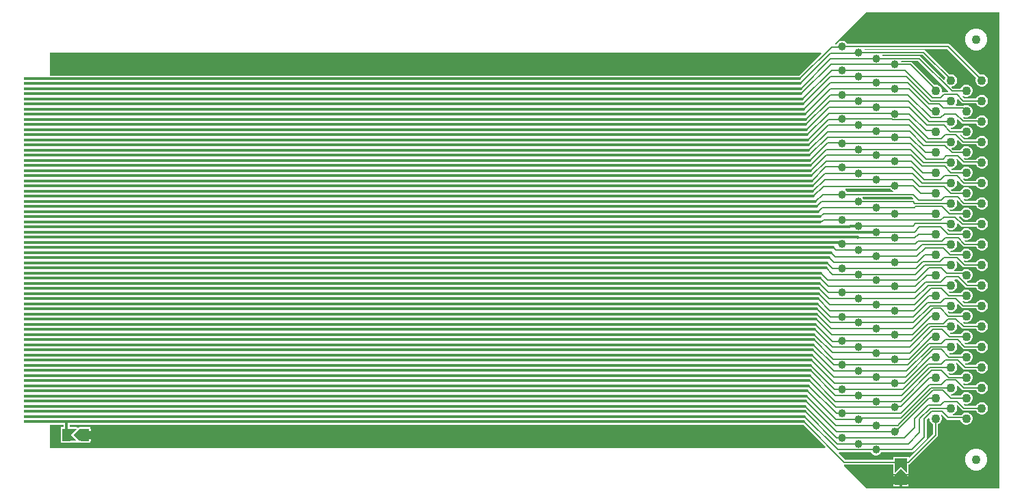
<source format=gtl>
G04*
G04 #@! TF.GenerationSoftware,Altium Limited,Altium Designer,24.4.1 (13)*
G04*
G04 Layer_Physical_Order=1*
G04 Layer_Color=255*
%FSLAX44Y44*%
%MOMM*%
G71*
G04*
G04 #@! TF.SameCoordinates,25A09F18-5F7A-4D0E-8690-A501E472ACA3*
G04*
G04*
G04 #@! TF.FilePolarity,Positive*
G04*
G01*
G75*
%ADD12C,0.2000*%
%ADD14R,1.0000X1.5000*%
%ADD15R,1.5000X1.0000*%
%ADD16R,2.0000X0.3800*%
%ADD25C,1.0000*%
%ADD26C,1.0000*%
%ADD27C,0.3000*%
%ADD28C,1.1000*%
%ADD29C,0.6000*%
G36*
X1189501Y713827D02*
X1161968Y686293D01*
X235000D01*
Y715000D01*
X1189015D01*
X1189501Y713827D01*
D02*
G37*
G36*
X1343089Y683585D02*
X1342921Y683295D01*
X1342479Y681643D01*
X1341270Y681056D01*
X1312663Y709663D01*
X1311671Y710326D01*
X1310500Y710559D01*
X1310500Y710559D01*
X1264750D01*
X1264685Y710671D01*
X1265418Y711941D01*
X1314733D01*
X1343089Y683585D01*
D02*
G37*
G36*
X1410000Y175000D02*
X1245000Y175000D01*
X1217193Y202807D01*
X1217819Y203977D01*
X1218000Y203941D01*
X1218000Y203941D01*
X1278461D01*
X1278461Y194250D01*
X1278616Y193470D01*
X1279058Y192808D01*
X1279720Y192366D01*
X1280202Y192270D01*
X1280077Y191000D01*
X1278500D01*
Y185500D01*
X1280485D01*
Y191235D01*
X1288000Y198750D01*
X1295500Y191250D01*
Y185500D01*
X1297500D01*
Y191000D01*
X1295923D01*
X1295797Y192270D01*
X1296280Y192366D01*
X1296942Y192808D01*
X1297384Y193470D01*
X1297539Y194250D01*
Y204049D01*
X1298170Y204174D01*
X1299163Y204837D01*
X1333013Y238687D01*
X1333013Y238687D01*
X1333676Y239680D01*
X1333909Y240850D01*
Y254406D01*
X1335455Y255299D01*
X1336852Y256695D01*
X1337839Y258405D01*
X1338350Y260313D01*
Y262287D01*
X1337839Y264195D01*
X1337574Y264653D01*
X1338205Y266101D01*
X1338505Y266169D01*
X1344337Y260337D01*
X1345329Y259674D01*
X1346500Y259441D01*
X1346500Y259441D01*
X1361684D01*
X1361961Y258405D01*
X1362948Y256695D01*
X1364345Y255299D01*
X1366055Y254311D01*
X1367963Y253800D01*
X1369937D01*
X1371845Y254311D01*
X1373555Y255299D01*
X1374951Y256695D01*
X1375939Y258405D01*
X1376450Y260313D01*
Y262287D01*
X1375939Y264195D01*
X1374951Y265905D01*
X1373555Y267302D01*
X1371845Y268289D01*
X1369937Y268800D01*
X1367963D01*
X1366055Y268289D01*
X1364345Y267302D01*
X1362948Y265905D01*
X1362749Y265559D01*
X1352292D01*
X1352124Y266829D01*
X1352805Y267011D01*
X1354515Y267999D01*
X1355912Y269395D01*
X1356899Y271105D01*
X1357410Y273013D01*
Y274987D01*
X1356899Y276895D01*
X1356784Y277095D01*
X1357800Y277874D01*
X1363837Y271837D01*
X1363837Y271837D01*
X1364830Y271174D01*
X1366000Y270941D01*
X1381106D01*
X1381998Y269395D01*
X1383395Y267999D01*
X1385105Y267011D01*
X1387013Y266500D01*
X1388987D01*
X1390895Y267011D01*
X1392605Y267999D01*
X1394001Y269395D01*
X1394989Y271105D01*
X1395500Y273013D01*
Y274987D01*
X1394989Y276895D01*
X1394001Y278605D01*
X1392605Y280002D01*
X1390895Y280989D01*
X1388987Y281500D01*
X1387013D01*
X1385105Y280989D01*
X1383395Y280002D01*
X1381998Y278605D01*
X1381106Y277059D01*
X1367267D01*
X1365883Y278442D01*
X1366541Y279581D01*
X1367963Y279200D01*
X1369937D01*
X1371845Y279711D01*
X1373555Y280699D01*
X1374951Y282095D01*
X1375939Y283805D01*
X1376450Y285713D01*
Y287687D01*
X1375939Y289595D01*
X1374951Y291305D01*
X1373555Y292701D01*
X1371845Y293689D01*
X1369937Y294200D01*
X1367963D01*
X1366055Y293689D01*
X1364345Y292701D01*
X1362948Y291305D01*
X1362056Y289759D01*
X1350567D01*
X1349696Y290630D01*
X1350222Y291900D01*
X1350897D01*
X1352805Y292411D01*
X1354515Y293398D01*
X1355912Y294795D01*
X1356899Y296505D01*
X1357410Y298413D01*
Y300387D01*
X1357069Y301659D01*
X1358208Y302316D01*
X1363287Y297237D01*
X1364279Y296574D01*
X1365450Y296341D01*
X1365450Y296341D01*
X1381106D01*
X1381998Y294795D01*
X1383395Y293398D01*
X1385105Y292411D01*
X1387013Y291900D01*
X1388987D01*
X1390895Y292411D01*
X1392605Y293398D01*
X1394001Y294795D01*
X1394989Y296505D01*
X1395500Y298413D01*
Y300387D01*
X1394989Y302295D01*
X1394001Y304005D01*
X1392605Y305401D01*
X1390895Y306389D01*
X1388987Y306900D01*
X1387013D01*
X1385105Y306389D01*
X1383395Y305401D01*
X1381998Y304005D01*
X1381106Y302459D01*
X1366717D01*
X1364815Y304361D01*
X1365595Y305377D01*
X1366055Y305111D01*
X1367963Y304600D01*
X1369937D01*
X1371845Y305111D01*
X1373555Y306098D01*
X1374951Y307495D01*
X1375939Y309205D01*
X1376450Y311113D01*
Y313087D01*
X1375939Y314995D01*
X1374951Y316705D01*
X1373555Y318102D01*
X1371845Y319089D01*
X1369937Y319600D01*
X1367963D01*
X1366055Y319089D01*
X1364345Y318102D01*
X1362948Y316705D01*
X1362056Y315159D01*
X1348167D01*
X1346761Y316564D01*
X1347419Y317703D01*
X1348923Y317300D01*
X1350897D01*
X1352805Y317811D01*
X1354515Y318799D01*
X1355912Y320195D01*
X1356899Y321905D01*
X1357410Y323813D01*
Y325787D01*
X1356899Y327695D01*
X1356221Y328870D01*
X1356688Y330148D01*
X1356821Y330275D01*
X1357308Y330366D01*
X1365037Y322637D01*
X1365037Y322637D01*
X1366030Y321974D01*
X1367200Y321741D01*
X1367200Y321741D01*
X1381106D01*
X1381998Y320195D01*
X1383395Y318799D01*
X1385105Y317811D01*
X1387013Y317300D01*
X1388987D01*
X1390895Y317811D01*
X1392605Y318799D01*
X1394001Y320195D01*
X1394989Y321905D01*
X1395500Y323813D01*
Y325787D01*
X1394989Y327695D01*
X1394001Y329405D01*
X1392605Y330802D01*
X1390895Y331789D01*
X1388987Y332300D01*
X1387013D01*
X1385105Y331789D01*
X1383395Y330802D01*
X1381998Y329405D01*
X1381106Y327859D01*
X1368467D01*
X1367523Y328803D01*
X1367820Y329612D01*
X1368122Y330000D01*
X1369937D01*
X1371845Y330511D01*
X1373555Y331498D01*
X1374951Y332895D01*
X1375939Y334605D01*
X1376450Y336513D01*
Y338487D01*
X1375939Y340395D01*
X1374951Y342105D01*
X1373555Y343502D01*
X1371845Y344489D01*
X1369937Y345000D01*
X1367963D01*
X1366055Y344489D01*
X1364345Y343502D01*
X1362948Y342105D01*
X1362056Y340559D01*
X1348767D01*
X1347581Y341745D01*
X1348239Y342883D01*
X1348923Y342700D01*
X1350897D01*
X1352805Y343211D01*
X1354515Y344198D01*
X1355912Y345595D01*
X1356899Y347305D01*
X1357410Y349213D01*
Y351187D01*
X1356899Y353095D01*
X1356570Y353665D01*
X1357188Y355135D01*
X1357467Y355207D01*
X1364637Y348037D01*
X1364637Y348037D01*
X1365629Y347374D01*
X1366800Y347141D01*
X1366800Y347141D01*
X1381106D01*
X1381998Y345595D01*
X1383395Y344198D01*
X1385105Y343211D01*
X1387013Y342700D01*
X1388987D01*
X1390895Y343211D01*
X1392605Y344198D01*
X1394001Y345595D01*
X1394989Y347305D01*
X1395500Y349213D01*
Y351187D01*
X1394989Y353095D01*
X1394001Y354805D01*
X1392605Y356202D01*
X1390895Y357189D01*
X1388987Y357700D01*
X1387013D01*
X1385105Y357189D01*
X1383395Y356202D01*
X1381998Y354805D01*
X1381106Y353259D01*
X1368067D01*
X1366976Y354350D01*
X1367634Y355488D01*
X1367963Y355400D01*
X1369937D01*
X1371845Y355911D01*
X1373555Y356898D01*
X1374951Y358295D01*
X1375939Y360005D01*
X1376450Y361913D01*
Y363887D01*
X1375939Y365795D01*
X1374951Y367505D01*
X1373555Y368901D01*
X1371845Y369889D01*
X1369937Y370400D01*
X1367963D01*
X1366055Y369889D01*
X1364345Y368901D01*
X1362948Y367505D01*
X1362056Y365959D01*
X1349367D01*
X1348401Y366925D01*
X1348815Y367859D01*
X1349022Y368100D01*
X1350897D01*
X1352805Y368611D01*
X1354515Y369599D01*
X1355912Y370995D01*
X1356899Y372705D01*
X1357410Y374613D01*
Y376587D01*
X1357088Y377790D01*
X1358226Y378448D01*
X1363237Y373437D01*
X1363237Y373437D01*
X1364229Y372774D01*
X1365400Y372541D01*
X1381106D01*
X1381998Y370995D01*
X1383395Y369599D01*
X1385105Y368611D01*
X1387013Y368100D01*
X1388987D01*
X1390895Y368611D01*
X1392605Y369599D01*
X1394001Y370995D01*
X1394989Y372705D01*
X1395500Y374613D01*
Y376587D01*
X1394989Y378495D01*
X1394001Y380205D01*
X1392605Y381601D01*
X1390895Y382589D01*
X1388987Y383100D01*
X1387013D01*
X1385105Y382589D01*
X1383395Y381601D01*
X1381998Y380205D01*
X1381106Y378659D01*
X1366667D01*
X1364697Y380629D01*
X1365477Y381645D01*
X1366055Y381311D01*
X1367963Y380800D01*
X1369937D01*
X1371845Y381311D01*
X1373555Y382299D01*
X1374951Y383695D01*
X1375939Y385405D01*
X1376450Y387313D01*
Y389287D01*
X1375939Y391195D01*
X1374951Y392905D01*
X1373555Y394301D01*
X1371845Y395289D01*
X1369937Y395800D01*
X1367963D01*
X1366055Y395289D01*
X1364345Y394301D01*
X1362948Y392905D01*
X1362056Y391359D01*
X1347717D01*
X1345870Y393206D01*
X1346650Y394222D01*
X1347015Y394011D01*
X1348923Y393500D01*
X1350897D01*
X1352805Y394011D01*
X1354515Y394999D01*
X1355912Y396395D01*
X1356899Y398105D01*
X1357410Y400013D01*
Y401987D01*
X1357234Y402644D01*
X1358373Y403302D01*
X1362837Y398837D01*
X1362837Y398837D01*
X1363829Y398174D01*
X1365000Y397941D01*
X1381106D01*
X1381998Y396395D01*
X1383395Y394999D01*
X1385105Y394011D01*
X1387013Y393500D01*
X1388987D01*
X1390895Y394011D01*
X1392605Y394999D01*
X1394001Y396395D01*
X1394989Y398105D01*
X1395500Y400013D01*
Y401987D01*
X1394989Y403895D01*
X1394001Y405605D01*
X1392605Y407001D01*
X1390895Y407989D01*
X1388987Y408500D01*
X1387013D01*
X1385105Y407989D01*
X1383395Y407001D01*
X1381998Y405605D01*
X1381106Y404059D01*
X1366267D01*
X1363750Y406575D01*
X1364530Y407592D01*
X1366055Y406711D01*
X1367963Y406200D01*
X1369937D01*
X1371845Y406711D01*
X1373555Y407699D01*
X1374951Y409095D01*
X1375939Y410805D01*
X1376450Y412713D01*
Y414687D01*
X1375939Y416595D01*
X1374951Y418305D01*
X1373555Y419701D01*
X1371845Y420689D01*
X1369937Y421200D01*
X1367963D01*
X1366055Y420689D01*
X1364345Y419701D01*
X1362948Y418305D01*
X1362056Y416759D01*
X1348567D01*
X1347308Y418018D01*
X1347965Y419156D01*
X1348923Y418900D01*
X1350897D01*
X1352805Y419411D01*
X1354515Y420398D01*
X1355912Y421795D01*
X1356899Y423505D01*
X1357410Y425413D01*
Y427387D01*
X1356899Y429295D01*
X1355912Y431005D01*
X1354515Y432402D01*
X1354048Y432671D01*
X1354388Y433941D01*
X1357733D01*
X1367437Y424237D01*
X1367437Y424237D01*
X1368429Y423574D01*
X1369600Y423341D01*
X1381106D01*
X1381998Y421795D01*
X1383395Y420398D01*
X1385105Y419411D01*
X1387013Y418900D01*
X1388987D01*
X1390895Y419411D01*
X1392605Y420398D01*
X1394001Y421795D01*
X1394989Y423505D01*
X1395500Y425413D01*
Y427387D01*
X1394989Y429295D01*
X1394001Y431005D01*
X1392605Y432402D01*
X1390895Y433389D01*
X1388987Y433900D01*
X1387013D01*
X1385105Y433389D01*
X1383395Y432402D01*
X1381998Y431005D01*
X1381106Y429459D01*
X1370867D01*
X1369905Y430421D01*
X1370398Y431724D01*
X1371845Y432111D01*
X1373555Y433098D01*
X1374951Y434495D01*
X1375939Y436205D01*
X1376450Y438113D01*
Y440087D01*
X1375939Y441995D01*
X1374951Y443705D01*
X1373555Y445102D01*
X1371845Y446089D01*
X1369937Y446600D01*
X1367963D01*
X1366055Y446089D01*
X1364345Y445102D01*
X1363302Y444059D01*
X1354042D01*
X1353701Y445329D01*
X1354515Y445798D01*
X1355912Y447195D01*
X1356899Y448905D01*
X1357410Y450813D01*
Y452787D01*
X1356899Y454695D01*
X1356510Y455368D01*
X1357527Y456147D01*
X1364037Y449637D01*
X1364037Y449637D01*
X1365029Y448974D01*
X1366200Y448741D01*
X1366200Y448741D01*
X1381106D01*
X1381998Y447195D01*
X1383395Y445798D01*
X1385105Y444811D01*
X1387013Y444300D01*
X1388987D01*
X1390895Y444811D01*
X1392605Y445798D01*
X1394001Y447195D01*
X1394989Y448905D01*
X1395500Y450813D01*
Y452787D01*
X1394989Y454695D01*
X1394001Y456405D01*
X1392605Y457802D01*
X1390895Y458789D01*
X1388987Y459300D01*
X1387013D01*
X1385105Y458789D01*
X1383395Y457802D01*
X1381998Y456405D01*
X1381106Y454859D01*
X1367467D01*
X1366157Y456169D01*
X1366814Y457308D01*
X1367963Y457000D01*
X1369937D01*
X1371845Y457511D01*
X1373555Y458498D01*
X1374951Y459895D01*
X1375939Y461605D01*
X1376450Y463513D01*
Y465487D01*
X1375939Y467395D01*
X1374951Y469105D01*
X1373555Y470502D01*
X1371845Y471489D01*
X1369937Y472000D01*
X1367963D01*
X1366055Y471489D01*
X1364345Y470502D01*
X1362948Y469105D01*
X1362056Y467559D01*
X1349767D01*
X1348877Y468449D01*
X1349422Y469700D01*
X1350897D01*
X1352805Y470211D01*
X1354515Y471199D01*
X1355912Y472595D01*
X1356899Y474305D01*
X1357410Y476213D01*
Y478187D01*
X1356968Y479837D01*
X1357318Y480660D01*
X1357723Y481207D01*
X1358388Y481286D01*
X1364837Y474837D01*
X1364837Y474837D01*
X1365829Y474174D01*
X1367000Y473941D01*
X1367000Y473941D01*
X1381221D01*
X1381998Y472595D01*
X1383395Y471199D01*
X1385105Y470211D01*
X1387013Y469700D01*
X1388987D01*
X1390895Y470211D01*
X1392605Y471199D01*
X1394001Y472595D01*
X1394989Y474305D01*
X1395500Y476213D01*
Y478187D01*
X1394989Y480095D01*
X1394001Y481805D01*
X1392605Y483201D01*
X1390895Y484189D01*
X1388987Y484700D01*
X1387013D01*
X1385105Y484189D01*
X1383395Y483201D01*
X1381998Y481805D01*
X1381011Y480095D01*
X1381001Y480059D01*
X1368267D01*
X1366976Y481349D01*
X1367634Y482488D01*
X1367963Y482400D01*
X1369937D01*
X1371845Y482911D01*
X1373555Y483899D01*
X1374951Y485295D01*
X1375939Y487005D01*
X1376450Y488913D01*
Y490887D01*
X1375939Y492795D01*
X1374951Y494505D01*
X1373555Y495901D01*
X1371845Y496889D01*
X1369937Y497400D01*
X1367963D01*
X1366055Y496889D01*
X1364345Y495901D01*
X1362948Y494505D01*
X1362056Y492959D01*
X1347367D01*
X1345042Y495284D01*
X1345822Y496300D01*
X1347015Y495611D01*
X1348923Y495100D01*
X1350897D01*
X1352805Y495611D01*
X1354515Y496599D01*
X1355912Y497995D01*
X1356899Y499705D01*
X1357410Y501613D01*
Y502468D01*
X1358680Y502994D01*
X1361837Y499837D01*
X1361837Y499837D01*
X1362829Y499174D01*
X1364000Y498941D01*
X1381452D01*
X1381998Y497995D01*
X1383395Y496599D01*
X1385105Y495611D01*
X1387013Y495100D01*
X1388987D01*
X1390895Y495611D01*
X1392605Y496599D01*
X1394001Y497995D01*
X1394989Y499705D01*
X1395500Y501613D01*
Y503587D01*
X1394989Y505495D01*
X1394001Y507205D01*
X1392605Y508601D01*
X1390895Y509589D01*
X1388987Y510100D01*
X1387013D01*
X1385105Y509589D01*
X1383395Y508601D01*
X1381998Y507205D01*
X1381011Y505495D01*
X1380894Y505059D01*
X1365267D01*
X1359558Y510768D01*
X1360044Y511941D01*
X1362229D01*
X1362948Y510695D01*
X1364345Y509299D01*
X1366055Y508311D01*
X1367963Y507800D01*
X1369937D01*
X1371845Y508311D01*
X1373555Y509299D01*
X1374951Y510695D01*
X1375939Y512405D01*
X1376450Y514313D01*
Y516287D01*
X1375939Y518195D01*
X1374951Y519905D01*
X1373555Y521301D01*
X1371845Y522289D01*
X1369937Y522800D01*
X1367963D01*
X1366055Y522289D01*
X1364345Y521301D01*
X1362948Y519905D01*
X1361961Y518195D01*
X1361925Y518059D01*
X1349267D01*
X1347854Y519472D01*
X1348512Y520610D01*
X1348923Y520500D01*
X1350897D01*
X1352805Y521011D01*
X1354515Y521998D01*
X1355912Y523395D01*
X1356899Y525105D01*
X1357410Y527013D01*
Y528987D01*
X1356899Y530895D01*
X1356784Y531095D01*
X1357800Y531874D01*
X1363837Y525837D01*
X1363837Y525837D01*
X1364830Y525174D01*
X1366000Y524941D01*
X1366000Y524941D01*
X1381106D01*
X1381998Y523395D01*
X1383395Y521998D01*
X1385105Y521011D01*
X1387013Y520500D01*
X1388987D01*
X1390895Y521011D01*
X1392605Y521998D01*
X1394001Y523395D01*
X1394989Y525105D01*
X1395500Y527013D01*
Y528987D01*
X1394989Y530895D01*
X1394001Y532605D01*
X1392605Y534002D01*
X1390895Y534989D01*
X1388987Y535500D01*
X1387013D01*
X1385105Y534989D01*
X1383395Y534002D01*
X1381998Y532605D01*
X1381106Y531059D01*
X1367267D01*
X1365883Y532442D01*
X1366541Y533581D01*
X1367963Y533200D01*
X1369937D01*
X1371845Y533711D01*
X1373555Y534698D01*
X1374951Y536095D01*
X1375939Y537805D01*
X1376450Y539713D01*
Y541687D01*
X1375939Y543595D01*
X1374951Y545305D01*
X1373555Y546702D01*
X1371845Y547689D01*
X1369937Y548200D01*
X1367963D01*
X1366055Y547689D01*
X1364345Y546702D01*
X1362948Y545305D01*
X1361961Y543595D01*
X1361817Y543059D01*
X1351267D01*
X1349696Y544630D01*
X1350222Y545900D01*
X1350897D01*
X1352805Y546411D01*
X1354515Y547398D01*
X1355912Y548795D01*
X1356899Y550505D01*
X1357410Y552413D01*
Y554387D01*
X1357014Y555864D01*
X1358153Y556521D01*
X1363837Y550837D01*
X1363837Y550837D01*
X1364830Y550174D01*
X1366000Y549941D01*
X1381337D01*
X1381998Y548795D01*
X1383395Y547398D01*
X1385105Y546411D01*
X1387013Y545900D01*
X1388987D01*
X1390895Y546411D01*
X1392605Y547398D01*
X1394001Y548795D01*
X1394989Y550505D01*
X1395500Y552413D01*
Y554387D01*
X1394989Y556295D01*
X1394001Y558005D01*
X1392605Y559402D01*
X1390895Y560389D01*
X1388987Y560900D01*
X1387013D01*
X1385105Y560389D01*
X1383395Y559402D01*
X1381998Y558005D01*
X1381011Y556295D01*
X1380948Y556059D01*
X1367267D01*
X1365170Y558156D01*
X1365950Y559172D01*
X1366055Y559111D01*
X1367963Y558600D01*
X1369937D01*
X1371845Y559111D01*
X1373555Y560098D01*
X1374951Y561495D01*
X1375939Y563205D01*
X1376450Y565113D01*
Y567087D01*
X1375939Y568995D01*
X1374951Y570705D01*
X1373555Y572102D01*
X1371845Y573089D01*
X1369937Y573600D01*
X1367963D01*
X1366055Y573089D01*
X1364345Y572102D01*
X1362948Y570705D01*
X1362056Y569159D01*
X1351167D01*
X1350199Y570127D01*
X1350685Y571300D01*
X1350897D01*
X1352805Y571811D01*
X1354515Y572799D01*
X1355912Y574195D01*
X1356899Y575905D01*
X1357410Y577813D01*
Y579787D01*
X1356899Y581695D01*
X1356510Y582368D01*
X1357527Y583148D01*
X1363837Y576837D01*
X1363837Y576837D01*
X1364830Y576174D01*
X1366000Y575941D01*
X1366000Y575941D01*
X1381001D01*
X1381011Y575905D01*
X1381998Y574195D01*
X1383395Y572799D01*
X1385105Y571811D01*
X1387013Y571300D01*
X1388987D01*
X1390895Y571811D01*
X1392605Y572799D01*
X1394001Y574195D01*
X1394989Y575905D01*
X1395500Y577813D01*
Y579787D01*
X1394989Y581695D01*
X1394001Y583405D01*
X1392605Y584801D01*
X1390895Y585789D01*
X1388987Y586300D01*
X1387013D01*
X1385105Y585789D01*
X1383395Y584801D01*
X1381998Y583405D01*
X1381221Y582059D01*
X1367267D01*
X1366157Y583169D01*
X1366814Y584308D01*
X1367963Y584000D01*
X1369937D01*
X1371845Y584511D01*
X1373555Y585499D01*
X1374951Y586895D01*
X1375939Y588605D01*
X1376450Y590513D01*
Y592487D01*
X1375939Y594395D01*
X1374951Y596105D01*
X1373555Y597501D01*
X1371845Y598489D01*
X1369937Y599000D01*
X1367963D01*
X1366055Y598489D01*
X1364345Y597501D01*
X1362948Y596105D01*
X1361961Y594395D01*
X1361871Y594059D01*
X1352267D01*
X1350796Y595530D01*
X1351311Y596811D01*
X1352805Y597211D01*
X1354515Y598199D01*
X1355912Y599595D01*
X1356899Y601305D01*
X1357410Y603213D01*
Y605187D01*
X1357307Y605571D01*
X1358446Y606228D01*
X1362837Y601837D01*
X1362837Y601837D01*
X1363829Y601174D01*
X1365000Y600941D01*
X1381221D01*
X1381998Y599595D01*
X1383395Y598199D01*
X1385105Y597211D01*
X1387013Y596700D01*
X1388987D01*
X1390895Y597211D01*
X1392605Y598199D01*
X1394001Y599595D01*
X1394989Y601305D01*
X1395500Y603213D01*
Y605187D01*
X1394989Y607095D01*
X1394001Y608805D01*
X1392605Y610201D01*
X1390895Y611189D01*
X1388987Y611700D01*
X1387013D01*
X1385105Y611189D01*
X1383395Y610201D01*
X1381998Y608805D01*
X1381011Y607095D01*
X1381001Y607059D01*
X1366267D01*
X1361069Y612257D01*
X1361579Y613542D01*
X1362217Y613562D01*
X1362948Y612295D01*
X1364345Y610899D01*
X1366055Y609911D01*
X1367963Y609400D01*
X1369937D01*
X1371845Y609911D01*
X1373555Y610899D01*
X1374951Y612295D01*
X1375939Y614005D01*
X1376450Y615913D01*
Y617887D01*
X1375939Y619795D01*
X1374951Y621505D01*
X1373555Y622901D01*
X1371845Y623889D01*
X1369937Y624400D01*
X1367963D01*
X1366055Y623889D01*
X1364345Y622901D01*
X1362948Y621505D01*
X1362113Y620059D01*
X1350384D01*
X1349629Y620993D01*
X1350104Y622100D01*
X1350897D01*
X1352805Y622611D01*
X1354515Y623599D01*
X1355912Y624995D01*
X1356899Y626705D01*
X1357410Y628613D01*
Y630587D01*
X1357088Y631791D01*
X1358226Y632448D01*
X1362837Y627837D01*
X1362837Y627837D01*
X1363829Y627174D01*
X1365000Y626941D01*
X1380948D01*
X1381011Y626705D01*
X1381998Y624995D01*
X1383395Y623599D01*
X1385105Y622611D01*
X1387013Y622100D01*
X1388987D01*
X1390895Y622611D01*
X1392605Y623599D01*
X1394001Y624995D01*
X1394989Y626705D01*
X1395500Y628613D01*
Y630587D01*
X1394989Y632495D01*
X1394001Y634205D01*
X1392605Y635602D01*
X1390895Y636589D01*
X1388987Y637100D01*
X1387013D01*
X1385105Y636589D01*
X1383395Y635602D01*
X1381998Y634205D01*
X1381337Y633059D01*
X1366267D01*
X1364697Y634629D01*
X1365477Y635645D01*
X1366055Y635311D01*
X1367963Y634800D01*
X1369937D01*
X1371845Y635311D01*
X1373555Y636298D01*
X1374951Y637695D01*
X1375939Y639405D01*
X1376450Y641313D01*
Y643287D01*
X1375939Y645195D01*
X1374951Y646905D01*
X1373555Y648301D01*
X1371845Y649289D01*
X1369937Y649800D01*
X1367963D01*
X1366055Y649289D01*
X1365488Y648962D01*
X1365000Y649059D01*
X1365000Y649059D01*
X1356235D01*
X1355749Y650232D01*
X1355912Y650395D01*
X1356899Y652105D01*
X1357410Y654013D01*
Y655987D01*
X1357234Y656644D01*
X1358373Y657302D01*
X1362837Y652837D01*
X1362837Y652837D01*
X1363829Y652174D01*
X1365000Y651941D01*
X1365000Y651941D01*
X1381106D01*
X1381998Y650395D01*
X1383395Y648998D01*
X1385105Y648011D01*
X1387013Y647500D01*
X1388987D01*
X1390895Y648011D01*
X1392605Y648998D01*
X1394001Y650395D01*
X1394989Y652105D01*
X1395500Y654013D01*
Y655987D01*
X1394989Y657895D01*
X1394001Y659605D01*
X1392605Y661002D01*
X1390895Y661989D01*
X1388987Y662500D01*
X1387013D01*
X1385105Y661989D01*
X1383395Y661002D01*
X1381998Y659605D01*
X1381106Y658059D01*
X1366267D01*
X1363751Y660575D01*
X1364530Y661591D01*
X1366055Y660711D01*
X1367963Y660200D01*
X1369937D01*
X1371845Y660711D01*
X1373555Y661699D01*
X1374951Y663095D01*
X1375939Y664805D01*
X1376450Y666713D01*
Y668687D01*
X1375939Y670595D01*
X1374951Y672305D01*
X1373555Y673701D01*
X1371845Y674689D01*
X1369937Y675200D01*
X1367963D01*
X1366055Y674689D01*
X1364345Y673701D01*
X1362948Y672305D01*
X1361961Y670595D01*
X1361817Y670059D01*
X1352267D01*
X1350565Y671760D01*
X1351153Y672969D01*
X1352805Y673411D01*
X1354515Y674398D01*
X1355912Y675795D01*
X1356899Y677505D01*
X1357410Y679413D01*
Y681387D01*
X1356899Y683295D01*
X1355912Y685005D01*
X1354515Y686402D01*
X1352805Y687389D01*
X1350897Y687900D01*
X1348923D01*
X1347742Y687584D01*
X1318163Y717163D01*
X1317171Y717826D01*
X1316000Y718059D01*
X1316000Y718059D01*
X1242654D01*
X1242589Y718171D01*
X1243322Y719441D01*
X1345233D01*
X1381146Y683528D01*
X1381011Y683295D01*
X1380500Y681387D01*
Y679413D01*
X1381011Y677505D01*
X1381998Y675795D01*
X1383395Y674398D01*
X1385105Y673411D01*
X1387013Y672900D01*
X1388987D01*
X1390895Y673411D01*
X1392605Y674398D01*
X1394001Y675795D01*
X1394989Y677505D01*
X1395500Y679413D01*
Y681387D01*
X1394989Y683295D01*
X1394001Y685005D01*
X1392605Y686402D01*
X1390895Y687389D01*
X1388987Y687900D01*
X1387013D01*
X1385761Y687565D01*
X1348663Y724663D01*
X1347671Y725326D01*
X1346500Y725559D01*
X1346500Y725559D01*
X1221464D01*
X1220749Y726798D01*
X1219445Y728101D01*
X1217849Y729023D01*
X1216069Y729500D01*
X1214226D01*
X1212445Y729023D01*
X1210849Y728101D01*
X1209546Y726798D01*
X1208624Y725202D01*
X1208586Y725059D01*
X1206718D01*
X1206232Y726232D01*
X1245000Y765000D01*
X1410000D01*
Y175000D01*
D02*
G37*
G36*
X1346442Y667232D02*
X1345956Y666059D01*
X1341000D01*
X1339830Y665826D01*
X1339339Y665499D01*
X1338237Y666289D01*
X1338350Y666713D01*
Y668687D01*
X1337839Y670595D01*
X1336852Y672305D01*
X1335455Y673701D01*
X1333745Y674689D01*
X1331837Y675200D01*
X1329863D01*
X1329281Y675044D01*
X1302163Y702163D01*
X1301171Y702826D01*
X1300000Y703059D01*
X1300000Y703059D01*
X1288326D01*
X1288261Y703171D01*
X1288994Y704441D01*
X1309233D01*
X1346442Y667232D01*
D02*
G37*
G36*
X1275071Y545702D02*
X1276374Y544399D01*
X1277970Y543477D01*
X1278524Y543329D01*
X1278356Y542059D01*
X1221464D01*
X1220749Y543298D01*
X1219445Y544601D01*
X1219324Y544671D01*
X1219665Y545941D01*
X1274933D01*
X1275071Y545702D01*
D02*
G37*
G36*
X1303400Y534274D02*
X1303141Y533487D01*
X1302819Y533059D01*
X1241317D01*
X1240601Y534298D01*
X1240228Y534671D01*
X1240754Y535941D01*
X1301733D01*
X1303400Y534274D01*
D02*
G37*
G36*
X260250Y241000D02*
X267750Y233500D01*
X250250Y233500D01*
Y248500D01*
X267750D01*
X260250Y241000D01*
D02*
G37*
G36*
X283000Y233485D02*
X270765D01*
X263250Y241000D01*
X270750Y248500D01*
X283000Y248500D01*
Y233485D01*
D02*
G37*
G36*
X1194404Y226270D02*
X1193878Y225000D01*
X235000D01*
Y253706D01*
X251731D01*
Y250539D01*
X250250D01*
X250053Y250500D01*
X248300D01*
Y248948D01*
X248211Y248500D01*
Y233500D01*
X248300Y233051D01*
Y231500D01*
X250053D01*
X250250Y231461D01*
X267750Y231461D01*
X268530Y231616D01*
X269268Y232014D01*
X269984Y231601D01*
X270765Y231446D01*
X283000D01*
X283271Y231500D01*
X285000D01*
Y233288D01*
X285039Y233485D01*
Y248500D01*
X285000Y248697D01*
Y250500D01*
X283197D01*
X283000Y250539D01*
X270750Y250539D01*
X270750Y250539D01*
X269970Y250384D01*
X269308Y249942D01*
X268530Y250384D01*
X267750Y250539D01*
X258869D01*
Y253706D01*
X1166968Y253706D01*
X1194404Y226270D01*
D02*
G37*
G36*
X1323350Y261228D02*
Y260313D01*
X1323861Y258405D01*
X1324848Y256695D01*
X1326245Y255299D01*
X1327791Y254406D01*
Y242117D01*
X1298770Y213096D01*
X1297500Y213622D01*
Y213700D01*
X1295948D01*
X1295500Y213789D01*
X1280500D01*
X1280052Y213700D01*
X1278500D01*
Y211947D01*
X1278461Y211750D01*
Y210059D01*
X1219267D01*
X1211154Y218171D01*
X1211681Y219441D01*
X1250780D01*
X1251495Y218202D01*
X1252798Y216899D01*
X1254395Y215977D01*
X1256175Y215500D01*
X1258018D01*
X1259798Y215977D01*
X1261395Y216899D01*
X1262698Y218202D01*
X1263413Y219441D01*
X1301500D01*
X1301500Y219441D01*
X1302670Y219674D01*
X1303663Y220337D01*
X1319163Y235837D01*
X1319163Y235837D01*
X1319826Y236829D01*
X1320059Y238000D01*
Y259733D01*
X1322080Y261754D01*
X1323350Y261228D01*
D02*
G37*
G36*
X1295500Y194250D02*
X1288000Y201750D01*
X1280500Y194250D01*
X1280500Y211750D01*
X1295500D01*
Y194250D01*
D02*
G37*
%LPC*%
G36*
X1382777Y744700D02*
X1379223D01*
X1375789Y743780D01*
X1372711Y742003D01*
X1370197Y739489D01*
X1368420Y736411D01*
X1367500Y732977D01*
Y729423D01*
X1368420Y725989D01*
X1370197Y722911D01*
X1372711Y720397D01*
X1375789Y718620D01*
X1379223Y717700D01*
X1382777D01*
X1386211Y718620D01*
X1389289Y720397D01*
X1391803Y722911D01*
X1393580Y725989D01*
X1394500Y729423D01*
Y732977D01*
X1393580Y736411D01*
X1391803Y739489D01*
X1389289Y742003D01*
X1386211Y743780D01*
X1382777Y744700D01*
D02*
G37*
G36*
Y224000D02*
X1379223D01*
X1375789Y223080D01*
X1372711Y221303D01*
X1370197Y218789D01*
X1368420Y215711D01*
X1367500Y212277D01*
Y208723D01*
X1368420Y205289D01*
X1370197Y202211D01*
X1372711Y199697D01*
X1375789Y197920D01*
X1379223Y197000D01*
X1382777D01*
X1386211Y197920D01*
X1389289Y199697D01*
X1391803Y202211D01*
X1393580Y205289D01*
X1394500Y208723D01*
Y212277D01*
X1393580Y215711D01*
X1391803Y218789D01*
X1389289Y221303D01*
X1386211Y223080D01*
X1382777Y224000D01*
D02*
G37*
G36*
X1297500Y182500D02*
X1295500D01*
Y179000D01*
X1289500D01*
Y177000D01*
X1297500D01*
Y182500D01*
D02*
G37*
G36*
X1280485D02*
X1278500D01*
Y177000D01*
X1286500D01*
Y179000D01*
X1280485D01*
Y182500D01*
D02*
G37*
%LPD*%
D12*
X1303000Y500000D02*
X1306000Y503000D01*
X1235000Y500000D02*
X1303000D01*
X1306000Y503000D02*
X1350000D01*
X1234563Y485438D02*
X1235000Y485000D01*
X1280672D01*
X1201250Y700250D02*
X1210250D01*
X1164675Y663675D02*
X1201250Y700250D01*
X1288672Y252536D02*
X1291137Y255000D01*
X1284672Y248535D02*
X1285387Y249250D01*
X1291137Y255000D02*
X1291192D01*
X1322892Y286700D01*
X1284672Y245000D02*
Y248535D01*
X1285387Y249250D02*
X1285442D01*
X1288672Y252480D01*
Y252536D01*
X1322892Y286700D02*
X1329450D01*
X1280672Y245000D02*
X1284672D01*
X1329450Y286700D02*
X1330850D01*
X1285422Y253826D02*
Y253882D01*
X1289790Y258250D02*
X1289846D01*
X1284096Y252500D02*
X1285422Y253826D01*
Y253882D02*
X1289790Y258250D01*
X1257096Y252500D02*
X1284096D01*
X1210500Y700000D02*
X1211894D01*
X1212144Y700250D01*
X1218150D01*
X1210250D02*
X1210500Y700000D01*
X1218150Y700250D02*
X1218400Y700000D01*
X1280672D01*
X1215147Y693000D02*
X1277419D01*
X1215147Y267500D02*
X1285500D01*
X1201000Y670000D02*
X1298000D01*
X1325000Y643000D02*
X1331000D01*
X1298000Y670000D02*
X1325000Y643000D01*
X1277669Y631750D02*
X1298250D01*
X1365000Y604000D02*
X1386000D01*
X1356000Y613000D02*
X1365000Y604000D01*
X1343000Y613000D02*
X1356000D01*
X1338000Y608000D02*
X1343000Y613000D01*
X1322000Y608000D02*
X1338000D01*
X1298250Y631750D02*
X1322000Y608000D01*
X1208000Y245000D02*
X1280672D01*
X1170325Y282675D02*
X1208000Y245000D01*
X1280672Y485000D02*
X1305000D01*
X1309900Y489900D02*
X1330850D01*
X1305000Y485000D02*
X1309900Y489900D01*
X1280672Y639000D02*
X1298000D01*
X1319000Y618000D02*
X1331000D01*
X1298000Y639000D02*
X1319000Y618000D01*
X1198750Y639750D02*
X1279922D01*
X1280672Y639000D01*
X1171875Y612875D02*
X1198750Y639750D01*
X1280672Y485000D02*
X1280672Y485000D01*
X1192000Y549000D02*
X1279672D01*
X1280672Y550000D01*
X1179675Y536675D02*
X1192000Y549000D01*
X1169275Y638275D02*
X1201000Y670000D01*
X1280672Y580000D02*
X1301000D01*
X1315000Y566000D02*
X1330000D01*
X1301000Y580000D02*
X1315000Y566000D01*
X1195250Y580250D02*
X1280422D01*
X1280672Y580000D01*
X1177075Y562075D02*
X1195250Y580250D01*
X1192000Y515000D02*
X1280672D01*
X1188275Y511275D02*
X1192000Y515000D01*
X1280672Y425000D02*
X1306000D01*
X1320100Y439100D02*
X1330850D01*
X1306000Y425000D02*
X1320100Y439100D01*
X1215147Y632500D02*
X1276919D01*
X1198000Y425000D02*
X1280672D01*
X1280672Y425000D01*
X1187925Y435075D02*
X1198000Y425000D01*
X1280672Y550000D02*
X1303000D01*
X1312300Y540700D02*
X1330850D01*
X1303000Y550000D02*
X1312300Y540700D01*
X1280672Y515000D02*
X1331000D01*
X1331000Y515000D01*
X1280672Y455000D02*
X1308000D01*
X1280049Y455624D02*
X1280672Y455000D01*
X1317500Y464500D02*
X1330850D01*
X1308000Y455000D02*
X1317500Y464500D01*
X1204500Y455000D02*
X1280672D01*
X1199025Y460475D02*
X1204500Y455000D01*
X1205500Y305000D02*
X1292000D01*
X1324500Y337500D02*
X1330850D01*
X1292000Y305000D02*
X1324500Y337500D01*
X1204000Y335000D02*
X1298000D01*
X1325900Y362900D02*
X1330850D01*
X1298000Y335000D02*
X1325900Y362900D01*
X1180125Y358875D02*
X1204000Y335000D01*
X1287531Y276531D02*
X1323100Y312100D01*
X1282203Y276531D02*
X1287531D01*
X1280672Y275000D02*
X1282203Y276531D01*
X1323100Y312100D02*
X1330850D01*
X1207500Y275000D02*
X1280672D01*
X1174425Y308075D02*
X1207500Y275000D01*
X1197000Y610000D02*
X1299000D01*
X1318000Y591000D02*
X1330000D01*
X1299000Y610000D02*
X1318000Y591000D01*
X1174475Y587475D02*
X1197000Y610000D01*
X1200000Y395000D02*
X1304000D01*
X1322700Y413700D02*
X1330850D01*
X1304000Y395000D02*
X1322700Y413700D01*
X1277669Y692750D02*
X1293250D01*
X1365000Y655000D02*
X1385000D01*
X1357000Y663000D02*
X1365000Y655000D01*
X1341000Y663000D02*
X1357000D01*
X1337000Y659000D02*
X1341000Y663000D01*
X1327000Y659000D02*
X1337000D01*
X1293250Y692750D02*
X1327000Y659000D01*
X1185325Y409675D02*
X1200000Y395000D01*
X1202000Y365000D02*
X1302000D01*
X1325300Y388300D02*
X1330850D01*
X1302000Y365000D02*
X1325300Y388300D01*
X1177025Y333475D02*
X1205500Y305000D01*
X1182725Y384275D02*
X1202000Y365000D01*
X1281172Y267500D02*
X1287753D01*
X1365450Y299400D02*
X1388000D01*
X1356000Y308850D02*
X1365450Y299400D01*
X1345554Y308850D02*
X1356000D01*
X1343850D02*
X1345554D01*
X1338000Y303000D02*
X1343850Y308850D01*
X1323253Y303000D02*
X1338000D01*
X1298000Y277747D02*
X1323253Y303000D01*
X1287753Y267500D02*
X1298000Y277747D01*
X1280672Y700000D02*
X1300000D01*
X1331000Y669000D01*
X1289846Y258250D02*
X1327746Y296150D01*
X1236500Y261500D02*
X1287500D01*
X1235000Y260000D02*
X1236500Y261500D01*
X1207500Y252500D02*
X1257096D01*
X1287500Y261500D02*
X1325400Y299400D01*
X1349300Y286700D02*
X1368950D01*
X1339850Y296150D02*
X1349300Y286700D01*
X1327746Y296150D02*
X1339850D01*
X1170975Y289025D02*
X1207500Y252500D01*
X1200875Y677500D02*
X1257096D01*
X1168000Y644625D02*
X1200875Y677500D01*
X1257096D02*
X1296500D01*
X1365000Y646000D02*
X1369000Y642000D01*
X1340000Y646000D02*
X1365000D01*
X1335000Y651000D02*
X1340000Y646000D01*
X1323000Y651000D02*
X1335000D01*
X1296500Y677500D02*
X1323000Y651000D01*
X1210000Y222500D02*
X1301500D01*
X1346500Y262500D02*
X1370000D01*
X1339000Y270000D02*
X1346500Y262500D01*
X1326000Y270000D02*
X1339000D01*
X1317000Y261000D02*
X1326000Y270000D01*
X1317000Y238000D02*
Y261000D01*
X1301500Y222500D02*
X1317000Y238000D01*
X1168875Y263625D02*
X1210000Y222500D01*
X1201000Y707000D02*
X1256597D01*
X1257096Y707500D01*
X1164025Y670025D02*
X1201000Y707000D01*
X1207000Y282500D02*
X1257096D01*
X1175075Y314425D02*
X1207000Y282500D01*
X1257096Y462500D02*
X1307500D01*
X1348500Y464500D02*
X1368950D01*
X1340000Y473000D02*
X1348500Y464500D01*
X1318000Y473000D02*
X1340000D01*
X1307500Y462500D02*
X1318000Y473000D01*
X1257096Y282500D02*
X1287500D01*
X1346900Y312100D02*
X1368950D01*
X1338000Y321000D02*
X1346900Y312100D01*
X1326000Y321000D02*
X1338000D01*
X1287500Y282500D02*
X1326000Y321000D01*
X1206500Y462000D02*
X1256597D01*
X1257096Y462500D01*
X1201675Y466825D02*
X1206500Y462000D01*
X1197000Y617000D02*
X1256597D01*
X1257096Y617500D01*
X1173825Y593825D02*
X1197000Y617000D01*
X1257096Y707500D02*
X1310500D01*
X1351000Y667000D02*
X1368000D01*
X1310500Y707500D02*
X1351000Y667000D01*
X1257096Y617500D02*
X1298500D01*
X1351000Y591000D02*
X1370000D01*
X1342000Y600000D02*
X1351000Y591000D01*
X1316000Y600000D02*
X1342000D01*
X1298500Y617500D02*
X1316000Y600000D01*
X1257096Y342500D02*
X1298500D01*
X1348100Y362900D02*
X1368950D01*
X1339000Y372000D02*
X1348100Y362900D01*
X1328000Y372000D02*
X1339000D01*
X1298500Y342500D02*
X1328000Y372000D01*
X1203250Y342750D02*
X1256846D01*
X1257096Y342500D01*
X1180775Y365225D02*
X1203250Y342750D01*
X1257096Y492500D02*
X1304500D01*
X1346100Y489900D02*
X1368950D01*
X1337000Y499000D02*
X1346100Y489900D01*
X1311000Y499000D02*
X1337000D01*
X1304500Y492500D02*
X1311000Y499000D01*
X1195500Y587500D02*
X1300500D01*
X1349900Y566100D02*
X1368950D01*
X1342000Y574000D02*
X1349900Y566100D01*
X1314000Y574000D02*
X1342000D01*
X1300500Y587500D02*
X1314000Y574000D01*
X1193500Y557500D02*
X1257096D01*
X1179025Y543025D02*
X1193500Y557500D01*
X1176425Y568425D02*
X1195500Y587500D01*
X1257096Y557500D02*
X1302500D01*
X1350000Y540000D02*
X1369000D01*
X1341000Y549000D02*
X1350000Y540000D01*
X1311000Y549000D02*
X1341000D01*
X1302500Y557500D02*
X1311000Y549000D01*
X1201500Y372500D02*
X1302500D01*
X1346450Y388300D02*
X1368950D01*
X1337000Y397750D02*
X1346450Y388300D01*
X1327750Y397750D02*
X1337000D01*
X1302500Y372500D02*
X1327750Y397750D01*
X1197500Y432500D02*
X1307500D01*
X1367050Y441000D02*
X1368950Y439100D01*
X1345000Y441000D02*
X1367050D01*
X1338000Y448000D02*
X1345000Y441000D01*
X1323000Y448000D02*
X1338000D01*
X1307500Y432500D02*
X1323000Y448000D01*
X1205000Y312500D02*
X1293500D01*
X1347500Y337500D02*
X1368950D01*
X1338050Y346950D02*
X1347500Y337500D01*
X1327950Y346950D02*
X1338050D01*
X1293500Y312500D02*
X1327950Y346950D01*
X1177675Y339825D02*
X1205000Y312500D01*
X1199000Y647000D02*
X1257096D01*
X1171225Y619225D02*
X1199000Y647000D01*
X1183375Y390625D02*
X1201500Y372500D01*
X1257096Y647000D02*
X1298000D01*
X1349000Y617000D02*
X1369000D01*
X1341000Y625000D02*
X1349000Y617000D01*
X1320000Y625000D02*
X1341000D01*
X1298000Y647000D02*
X1320000Y625000D01*
X1257096Y402500D02*
X1304500D01*
X1347300Y413700D02*
X1368950D01*
X1338000Y423000D02*
X1347300Y413700D01*
X1325000Y423000D02*
X1338000D01*
X1304500Y402500D02*
X1325000Y423000D01*
X1190500Y522500D02*
X1304500D01*
X1368000Y515000D02*
X1369000Y516000D01*
X1348000Y515000D02*
X1368000D01*
X1339000Y524000D02*
X1348000Y515000D01*
X1306000Y524000D02*
X1339000D01*
X1304500Y522500D02*
X1306000Y524000D01*
X1200025Y402000D02*
X1256597D01*
X1257096Y402500D01*
X1186000Y416025D02*
X1200025Y402000D01*
X1185625Y517625D02*
X1190500Y522500D01*
X1188575Y441425D02*
X1197500Y432500D01*
X1215397Y507250D02*
X1231997D01*
X1215147Y507500D02*
X1215397Y507250D01*
X1200500Y685000D02*
X1235000D01*
X1166475Y650975D02*
X1200500Y685000D01*
X1196000Y595000D02*
X1235000D01*
X1175775Y574775D02*
X1196000Y595000D01*
X1235000D02*
X1300000D01*
X1316200Y578800D02*
X1349910D01*
X1300000Y595000D02*
X1316200Y578800D01*
X1206500Y290000D02*
X1235000D01*
X1175725Y320775D02*
X1206500Y290000D01*
X1194000Y565000D02*
X1235000D01*
X1178375Y549375D02*
X1194000Y565000D01*
X1235000Y290000D02*
X1289000D01*
X1323800Y324800D02*
X1349910D01*
X1289000Y290000D02*
X1323800Y324800D01*
X1235000Y685000D02*
X1295000D01*
X1325000Y655000D02*
X1349910D01*
X1295000Y685000D02*
X1325000Y655000D01*
X1204500Y320000D02*
X1235000D01*
X1178325Y346175D02*
X1204500Y320000D01*
X1235000Y715000D02*
X1316000D01*
X1351000Y680000D01*
X1207500Y470000D02*
X1235000D01*
X1204325Y473175D02*
X1207500Y470000D01*
X1190000Y530000D02*
X1235000D01*
X1183975Y523975D02*
X1190000Y530000D01*
X1235000D02*
X1303000D01*
X1305000Y528000D02*
X1348000D01*
X1303000Y530000D02*
X1305000Y528000D01*
X1207500Y260000D02*
X1235000D01*
X1172125Y295375D02*
X1207500Y260000D01*
X1325400Y299400D02*
X1349910D01*
X1198000Y625000D02*
X1298000D01*
X1318800Y604200D02*
X1349910D01*
X1298000Y625000D02*
X1318800Y604200D01*
X1200000Y655000D02*
X1235000D01*
X1170575Y625575D02*
X1200000Y655000D01*
X1235000D02*
X1297000D01*
X1322400Y629600D02*
X1349910D01*
X1297000Y655000D02*
X1322400Y629600D01*
X1203500Y440000D02*
X1235000D01*
X1195725Y447775D02*
X1203500Y440000D01*
X1173175Y600175D02*
X1198000Y625000D01*
X1235000Y320000D02*
X1295000D01*
X1325200Y350200D02*
X1349910D01*
X1295000Y320000D02*
X1325200Y350200D01*
X1235000Y440000D02*
X1306000D01*
X1317800Y451800D02*
X1349910D01*
X1306000Y440000D02*
X1317800Y451800D01*
X1209000Y230000D02*
X1297000D01*
X1324000Y274000D02*
X1349910D01*
X1311000Y261000D02*
X1324000Y274000D01*
X1311000Y244000D02*
Y261000D01*
X1297000Y230000D02*
X1311000Y244000D01*
X1235000Y470000D02*
X1307000D01*
X1314000Y477000D02*
X1350000D01*
X1307000Y470000D02*
X1314000Y477000D01*
X1235000Y565000D02*
X1302000D01*
X1314000Y553000D02*
X1352000D01*
X1302000Y565000D02*
X1314000Y553000D01*
X1201000Y380000D02*
X1235000D01*
X1184025Y396975D02*
X1201000Y380000D01*
X1235000Y380000D02*
X1303000D01*
X1324000Y401000D02*
X1349910D01*
X1303000Y380000D02*
X1324000Y401000D01*
X1199000Y410000D02*
X1235000D01*
X1235000Y410000D01*
X1186625Y422375D02*
X1199000Y410000D01*
X1203000Y350000D02*
X1235000D01*
X1181425Y371575D02*
X1203000Y350000D01*
X1235000Y410000D02*
X1305000D01*
X1321400Y426400D02*
X1349910D01*
X1305000Y410000D02*
X1321400Y426400D01*
X1231997Y507250D02*
X1337250D01*
X1231997Y507250D02*
X1231997Y507250D01*
X1364000Y502000D02*
X1388000D01*
X1355000Y511000D02*
X1364000Y502000D01*
X1341000Y511000D02*
X1355000D01*
X1337250Y507250D02*
X1341000Y511000D01*
X1235000Y350000D02*
X1299000D01*
X1324600Y375600D02*
X1349910D01*
X1299000Y350000D02*
X1324600Y375600D01*
X1169025Y269975D02*
X1209000Y230000D01*
X1201000Y714000D02*
X1234000D01*
X1235000Y715000D01*
X1163375Y676375D02*
X1201000Y714000D01*
X1215147Y357500D02*
X1300500D01*
X1365400Y375600D02*
X1388000D01*
X1356000Y385000D02*
X1365400Y375600D01*
X1346000Y385000D02*
X1356000D01*
X1340000Y379000D02*
X1346000Y385000D01*
X1322000Y379000D02*
X1340000D01*
X1300500Y357500D02*
X1322000Y379000D01*
X1202000Y693000D02*
X1215147D01*
X1166319Y657319D02*
X1202000Y693000D01*
X1277419D02*
X1277669Y692750D01*
X1215147Y477500D02*
X1305500D01*
X1388000Y477200D02*
Y478000D01*
X1387000Y477000D02*
X1388000Y478000D01*
X1367000Y477000D02*
X1387000D01*
X1359000Y485000D02*
X1367000Y477000D01*
X1343000Y485000D02*
X1359000D01*
X1339000Y481000D02*
X1343000Y485000D01*
X1309000Y481000D02*
X1339000D01*
X1305500Y477500D02*
X1309000Y481000D01*
X1215147Y722500D02*
X1346500D01*
X1388000Y681000D01*
X1201000Y387000D02*
X1214647D01*
X1215147Y387500D01*
X1184675Y403325D02*
X1201000Y387000D01*
X1202000Y722000D02*
X1214647D01*
X1215147Y722500D01*
X1162725Y682725D02*
X1202000Y722000D01*
X1203000Y447500D02*
X1215147D01*
X1196375Y454125D02*
X1203000Y447500D01*
X1206000Y297500D02*
X1215147D01*
X1176375Y327125D02*
X1206000Y297500D01*
X1215147Y447500D02*
X1306500D01*
X1366200Y451800D02*
X1388000D01*
X1357000Y461000D02*
X1366200Y451800D01*
X1341000Y461000D02*
X1357000D01*
X1336000Y456000D02*
X1341000Y461000D01*
X1315000Y456000D02*
X1336000D01*
X1306500Y447500D02*
X1315000Y456000D01*
X1215147Y297500D02*
X1290500D01*
X1367200Y324800D02*
X1388000D01*
X1358000Y334000D02*
X1367200Y324800D01*
X1343000Y334000D02*
X1358000D01*
X1338000Y329000D02*
X1343000Y334000D01*
X1322000Y329000D02*
X1338000D01*
X1290500Y297500D02*
X1322000Y329000D01*
X1215147Y602500D02*
X1299500D01*
X1366000Y579000D02*
X1388000D01*
X1358000Y587000D02*
X1366000Y579000D01*
X1344000Y587000D02*
X1358000D01*
X1340000Y583000D02*
X1344000Y587000D01*
X1319000Y583000D02*
X1340000D01*
X1299500Y602500D02*
X1319000Y583000D01*
X1197000Y603000D02*
X1214647D01*
X1215147Y602500D01*
X1175125Y581125D02*
X1197000Y603000D01*
X1198000Y418000D02*
X1214647D01*
X1215147Y417500D01*
X1187275Y428725D02*
X1198000Y418000D01*
X1215147Y417500D02*
X1305500D01*
X1369600Y426400D02*
X1388000D01*
X1359000Y437000D02*
X1369600Y426400D01*
X1344000Y437000D02*
X1359000D01*
X1337000Y430000D02*
X1344000Y437000D01*
X1318000Y430000D02*
X1337000D01*
X1305500Y417500D02*
X1318000Y430000D01*
X1195000Y573000D02*
X1214647D01*
X1215147Y572500D01*
X1177725Y555725D02*
X1195000Y573000D01*
X1192000Y507000D02*
X1214647D01*
X1215147Y507500D01*
X1190736Y505736D02*
X1192000Y507000D01*
X1188811Y505736D02*
X1190736D01*
X1188000Y504925D02*
X1188811Y505736D01*
X1208000Y267500D02*
X1215147D01*
X1173775Y301725D02*
X1208000Y267500D01*
X1215147Y572500D02*
X1301500D01*
X1366000Y553000D02*
X1390000D01*
X1357000Y562000D02*
X1366000Y553000D01*
X1342000Y562000D02*
X1357000D01*
X1337000Y557000D02*
X1342000Y562000D01*
X1317000Y557000D02*
X1337000D01*
X1301500Y572500D02*
X1317000Y557000D01*
X1200500Y662500D02*
X1215147D01*
X1169925Y631925D02*
X1200500Y662500D01*
X1203000Y357000D02*
X1214647D01*
X1215147Y357500D01*
X1182075Y377925D02*
X1203000Y357000D01*
X1215147Y662500D02*
X1296500D01*
X1365000Y630000D02*
X1389000D01*
X1356000Y639000D02*
X1365000Y630000D01*
X1342000Y639000D02*
X1356000D01*
X1337000Y634000D02*
X1342000Y639000D01*
X1325000Y634000D02*
X1337000D01*
X1296500Y662500D02*
X1325000Y634000D01*
X1198000Y632000D02*
X1214647D01*
X1215147Y632500D01*
X1172525Y606525D02*
X1198000Y632000D01*
X1208000Y237500D02*
X1215147D01*
X1169175Y276325D02*
X1208000Y237500D01*
X1191000Y539000D02*
X1215147D01*
X1182325Y530325D02*
X1191000Y539000D01*
X1204500Y327500D02*
X1215147D01*
X1179475Y352525D02*
X1204500Y327500D01*
X1215147Y539000D02*
X1303000D01*
X1366000Y528000D02*
X1387000D01*
X1358000Y536000D02*
X1366000Y528000D01*
X1342000Y536000D02*
X1358000D01*
X1338000Y532000D02*
X1342000Y536000D01*
X1310000Y532000D02*
X1338000D01*
X1303000Y539000D02*
X1310000Y532000D01*
X1215147Y237500D02*
X1292500D01*
X1366000Y274000D02*
X1388000D01*
X1357500Y282500D02*
X1366000Y274000D01*
X1341500Y282500D02*
X1357500D01*
X1337000Y278000D02*
X1341500Y282500D01*
X1322000Y278000D02*
X1337000D01*
X1305000Y261000D02*
X1322000Y278000D01*
X1305000Y250000D02*
Y261000D01*
X1292500Y237500D02*
X1305000Y250000D01*
X1214647Y478000D02*
X1215147Y477500D01*
X1213147Y478000D02*
X1214647D01*
X1276919Y632500D02*
X1277669Y631750D01*
X1215147Y327500D02*
X1296500D01*
X1366800Y350200D02*
X1388000D01*
X1358000Y359000D02*
X1366800Y350200D01*
X1343000Y359000D02*
X1358000D01*
X1338000Y354000D02*
X1343000Y359000D01*
X1323000Y354000D02*
X1338000D01*
X1296500Y327500D02*
X1323000Y354000D01*
X1215147Y387500D02*
X1303500D01*
X1365000Y401000D02*
X1388000D01*
X1356000Y410000D02*
X1365000Y401000D01*
X1342000Y410000D02*
X1356000D01*
X1337000Y405000D02*
X1342000Y410000D01*
X1321000Y405000D02*
X1337000D01*
X1303500Y387500D02*
X1321000Y405000D01*
X1288000Y207000D02*
X1297000D01*
X1218000D02*
X1288000D01*
X1167725Y257275D02*
X1218000Y207000D01*
X1256597Y492000D02*
X1257096Y492500D01*
X1254097Y492000D02*
X1256597D01*
X254977Y257275D02*
X255300Y256952D01*
X1297000Y207000D02*
X1330850Y240850D01*
Y261300D01*
X1211622Y479525D02*
X1213147Y478000D01*
D14*
X255300Y241000D02*
D03*
X278000D02*
D03*
D15*
X1288000Y184000D02*
D03*
Y206700D02*
D03*
D16*
X213000Y644625D02*
D03*
Y638275D02*
D03*
Y631925D02*
D03*
Y625575D02*
D03*
Y682725D02*
D03*
Y670025D02*
D03*
Y657325D02*
D03*
Y619225D02*
D03*
Y606525D02*
D03*
Y593825D02*
D03*
Y581125D02*
D03*
Y568425D02*
D03*
Y555725D02*
D03*
Y543025D02*
D03*
Y530325D02*
D03*
Y517625D02*
D03*
Y504925D02*
D03*
Y492225D02*
D03*
Y479525D02*
D03*
Y466825D02*
D03*
Y454125D02*
D03*
Y441425D02*
D03*
Y428725D02*
D03*
Y416025D02*
D03*
Y403325D02*
D03*
Y390625D02*
D03*
Y377925D02*
D03*
Y365225D02*
D03*
Y352525D02*
D03*
Y339825D02*
D03*
Y327125D02*
D03*
Y314425D02*
D03*
Y301725D02*
D03*
Y289025D02*
D03*
Y276325D02*
D03*
Y263625D02*
D03*
Y676375D02*
D03*
Y663675D02*
D03*
Y650975D02*
D03*
Y612875D02*
D03*
Y600175D02*
D03*
Y587475D02*
D03*
Y574775D02*
D03*
Y562075D02*
D03*
Y549375D02*
D03*
Y536675D02*
D03*
Y523975D02*
D03*
Y511275D02*
D03*
Y498575D02*
D03*
Y485875D02*
D03*
Y473175D02*
D03*
Y460475D02*
D03*
Y447775D02*
D03*
Y435075D02*
D03*
Y422375D02*
D03*
Y409675D02*
D03*
Y396975D02*
D03*
Y384275D02*
D03*
Y371575D02*
D03*
Y358875D02*
D03*
Y346175D02*
D03*
Y333475D02*
D03*
Y320775D02*
D03*
Y308075D02*
D03*
Y295375D02*
D03*
Y282675D02*
D03*
Y269975D02*
D03*
Y257275D02*
D03*
D25*
X1257096Y222500D02*
D03*
X1235000Y230000D02*
D03*
X1215147Y237500D02*
D03*
X1280672Y245000D02*
D03*
X1257096Y252500D02*
D03*
X1235000Y260000D02*
D03*
X1215147Y267500D02*
D03*
Y297500D02*
D03*
Y327500D02*
D03*
Y447500D02*
D03*
Y417500D02*
D03*
Y357500D02*
D03*
Y387500D02*
D03*
X1235000Y290000D02*
D03*
Y440000D02*
D03*
Y350000D02*
D03*
Y380000D02*
D03*
Y410000D02*
D03*
X1235000Y320000D02*
D03*
X1257096Y282500D02*
D03*
Y312500D02*
D03*
Y342500D02*
D03*
Y432500D02*
D03*
Y402500D02*
D03*
Y462500D02*
D03*
Y372500D02*
D03*
X1280672Y275000D02*
D03*
X1280672Y305000D02*
D03*
X1280672Y335000D02*
D03*
Y395000D02*
D03*
Y455000D02*
D03*
Y425000D02*
D03*
X1280672Y365000D02*
D03*
X1257096Y587500D02*
D03*
X1215147Y477500D02*
D03*
Y507500D02*
D03*
Y539000D02*
D03*
Y572500D02*
D03*
X1257096Y557500D02*
D03*
Y522500D02*
D03*
Y492500D02*
D03*
X1235000Y470000D02*
D03*
Y500000D02*
D03*
Y530000D02*
D03*
Y565000D02*
D03*
X1280672Y580000D02*
D03*
Y550000D02*
D03*
Y515000D02*
D03*
Y485000D02*
D03*
X1215147Y602500D02*
D03*
Y662500D02*
D03*
Y632500D02*
D03*
Y693000D02*
D03*
Y722500D02*
D03*
X1257096Y617500D02*
D03*
X1257096Y647000D02*
D03*
X1235000Y595000D02*
D03*
Y625000D02*
D03*
Y655000D02*
D03*
Y685000D02*
D03*
Y715000D02*
D03*
X1257096Y677500D02*
D03*
Y707500D02*
D03*
X1280672Y610000D02*
D03*
X1280672Y639000D02*
D03*
X1280672Y670000D02*
D03*
X1280672Y700000D02*
D03*
D26*
X295000Y235000D02*
Y247500D01*
X278000Y241000D02*
X288500D01*
X295000Y247500D01*
X1288000Y184000D02*
Y185000D01*
X1272000D02*
X1288000D01*
X1289000D02*
X1304000D01*
X1288000Y184000D02*
X1289000Y185000D01*
D27*
X255300Y241000D02*
Y256952D01*
X213000Y492225D02*
X1253872D01*
X213000Y492225D02*
X213000Y492225D01*
X1253872D02*
X1254097Y492000D01*
X213000Y485875D02*
X1234125D01*
X213000Y485875D02*
X213000Y485875D01*
X1234125D02*
X1234563Y485438D01*
X213000Y485875D02*
Y485875D01*
X213000Y498575D02*
X1224000D01*
X213000Y498575D02*
X213000Y498575D01*
X1224000D02*
X1225425Y500000D01*
X1231766D01*
X1232575Y499191D01*
Y498575D02*
Y499191D01*
X213000Y479525D02*
Y479525D01*
Y479525D02*
X1211622Y479525D01*
X213000Y670025D02*
X1164025D01*
X213000Y562075D02*
X1177075D01*
X213000Y663675D02*
X1164675D01*
X213000Y650975D02*
X1166475D01*
X213000Y581125D02*
X1175125D01*
X213000Y523975D02*
X1183975D01*
X213000Y631925D02*
X1169925Y631925D01*
X213000Y612875D02*
X1171875D01*
X213000Y555725D02*
X1177725D01*
X213000Y517625D02*
X1185625D01*
X213000Y511275D02*
X1188275D01*
X213000Y587475D02*
X1174475D01*
X213006Y657319D02*
X1166319Y657319D01*
X213000Y676375D02*
X1163375D01*
X213000Y574775D02*
X1175775D01*
X213000Y543025D02*
X1179025Y543025D01*
X213000Y619225D02*
X1171225D01*
X213000Y536675D02*
X1179675D01*
X213000Y682725D02*
X1162725D01*
X213000Y549375D02*
X1178375D01*
X213000Y600175D02*
X1173175D01*
X213000Y625575D02*
X1170575D01*
X213000Y638275D02*
X1169275D01*
X213000Y593825D02*
X1173825D01*
X213000Y644625D02*
X1168000D01*
X213000Y568425D02*
X1176425D01*
X213000Y504925D02*
X1188000D01*
X213000Y606525D02*
X1172525D01*
X213000Y530325D02*
X1182325D01*
X213000Y473175D02*
X1204325Y473175D01*
X213000Y466825D02*
X1201675Y466825D01*
X213000Y454125D02*
X1196375Y454125D01*
X213000Y460475D02*
X1199025Y460475D01*
X213000Y447775D02*
X1195725Y447775D01*
X213000Y358875D02*
X1180125Y358875D01*
X213000Y416025D02*
X1186000Y416025D01*
X213000Y371575D02*
X1181425Y371575D01*
X213000Y428725D02*
X1187275Y428725D01*
X213000Y377925D02*
X1182075Y377925D01*
X213000Y422375D02*
X1186625Y422375D01*
X213000Y384275D02*
X1182725Y384275D01*
X213000Y396975D02*
X1184025Y396975D01*
X213000Y409675D02*
X1185325Y409675D01*
X213000Y441425D02*
X1188575Y441425D01*
X213000Y403325D02*
X1184675Y403325D01*
X213000Y365225D02*
X1180775Y365225D01*
X213000Y352525D02*
X1179475Y352525D01*
X213000Y435075D02*
X1187925Y435075D01*
X213000Y390625D02*
X1183375Y390625D01*
X213000Y314425D02*
X1175075Y314425D01*
X213000Y308075D02*
X1174425Y308075D01*
X213000Y295375D02*
X1172125Y295375D01*
X213000Y327125D02*
X1176375Y327125D01*
X213000Y333475D02*
X1177025Y333475D01*
X213000Y301725D02*
X1173775Y301725D01*
X213000Y346175D02*
X1178325Y346175D01*
X213000Y320775D02*
X1175725Y320775D01*
X213000Y339825D02*
X1177675Y339825D01*
X213000Y282675D02*
X1170325Y282675D01*
X213000Y269975D02*
X1169025Y269975D01*
X213000Y276325D02*
X1169175Y276325D01*
X213000Y289025D02*
X1170975Y289025D01*
X213000Y263625D02*
X1168875Y263625D01*
X254977Y257275D02*
X1167725Y257275D01*
X213000Y257275D02*
X254977D01*
D28*
X1381000Y210500D02*
D03*
Y731200D02*
D03*
X1388000Y680400D02*
D03*
X1368950Y667700D02*
D03*
X1388000Y655000D02*
D03*
X1368950Y642300D02*
D03*
X1388000Y629600D02*
D03*
X1368950Y616900D02*
D03*
X1388000Y604200D02*
D03*
X1368950Y591500D02*
D03*
X1388000Y578800D02*
D03*
X1368950Y566100D02*
D03*
X1388000Y553400D02*
D03*
X1368950Y540700D02*
D03*
X1388000Y528000D02*
D03*
X1368950Y515300D02*
D03*
X1388000Y502600D02*
D03*
X1368950Y489900D02*
D03*
X1388000Y477200D02*
D03*
X1368950Y464500D02*
D03*
X1388000Y451800D02*
D03*
X1368950Y439100D02*
D03*
X1388000Y426400D02*
D03*
X1368950Y413700D02*
D03*
X1388000Y401000D02*
D03*
X1368950Y388300D02*
D03*
X1388000Y375600D02*
D03*
X1368950Y362900D02*
D03*
X1388000Y350200D02*
D03*
X1368950Y337500D02*
D03*
X1388000Y324800D02*
D03*
X1368950Y312100D02*
D03*
X1388000Y299400D02*
D03*
X1368950Y286700D02*
D03*
X1388000Y274000D02*
D03*
X1368950Y261300D02*
D03*
X1349910Y680400D02*
D03*
X1330850Y667700D02*
D03*
X1349910Y655000D02*
D03*
X1330850Y642300D02*
D03*
X1349910Y629600D02*
D03*
X1330850Y616900D02*
D03*
X1349910Y604200D02*
D03*
X1330850Y591500D02*
D03*
X1349910Y578800D02*
D03*
X1330850Y566100D02*
D03*
X1349910Y553400D02*
D03*
X1330850Y540700D02*
D03*
X1349910Y528000D02*
D03*
X1330850Y515300D02*
D03*
X1349910Y502600D02*
D03*
X1330850Y489900D02*
D03*
X1349910Y477200D02*
D03*
X1330850Y464500D02*
D03*
X1349910Y451800D02*
D03*
X1330850Y439100D02*
D03*
X1349910Y426400D02*
D03*
X1330850Y413700D02*
D03*
X1349910Y401000D02*
D03*
X1330850Y388300D02*
D03*
X1349910Y375600D02*
D03*
X1330850Y362900D02*
D03*
X1349910Y350200D02*
D03*
X1330850Y337500D02*
D03*
X1349910Y324800D02*
D03*
X1330850Y312100D02*
D03*
X1349910Y299400D02*
D03*
X1330850Y286700D02*
D03*
X1349910Y274000D02*
D03*
X1330850Y261300D02*
D03*
D29*
X295000Y247500D02*
D03*
Y235000D02*
D03*
X319000Y701000D02*
D03*
X729000Y699000D02*
D03*
X809000D02*
D03*
X899000D02*
D03*
X484000Y700000D02*
D03*
X564000D02*
D03*
X654000D02*
D03*
X250000D02*
D03*
X400000D02*
D03*
X991000Y699000D02*
D03*
X1083000Y700000D02*
D03*
X1160000D02*
D03*
X1340000Y740000D02*
D03*
X1257096D02*
D03*
X1400000Y250000D02*
D03*
X1320000Y200000D02*
D03*
X1160000Y240000D02*
D03*
X1070000D02*
D03*
X980000D02*
D03*
X890000D02*
D03*
X800000D02*
D03*
X710000D02*
D03*
X620000D02*
D03*
X540000D02*
D03*
X450000D02*
D03*
X370000D02*
D03*
X1272000Y185000D02*
D03*
X1304000D02*
D03*
M02*

</source>
